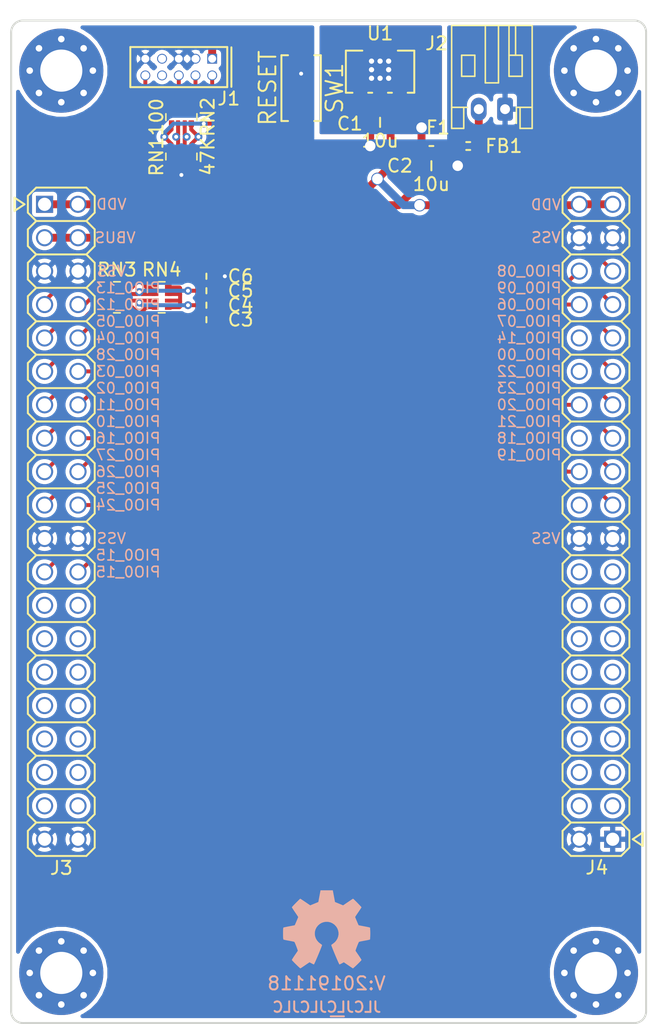
<source format=kicad_pcb>
(kicad_pcb (version 20171130) (host pcbnew 5.1.4-e60b266~84~ubuntu18.04.1)
  (layers (0 F.Cu signal) (31 B.Cu signal) (34 B.Paste user) (35 F.Paste user) (36 B.SilkS user) (37 F.SilkS user) (38 B.Mask user) (39 F.Mask user) (44 Edge.Cuts user))
  (net 0 "")
  (net 1 /VBUS)
  (net 2 "Net-(F1-Pad2)")
  (net 3 "Net-(FB1-Pad2)")
  (net 4 /VDD)
  (net 5 "Net-(C5-Pad1)")
  (net 6 "Net-(J1-Pad10)")
  (net 7 "Net-(J1-Pad6)")
  (net 8 "Net-(J1-Pad4)")
  (net 9 "Net-(J1-Pad2)")
  (net 10 /PIO0_3_MCU)
  (net 11 /PIO0_2_MCU)
  (net 12 /PIO0_5_MCU)
  (net 13 /SWO_TDO)
  (net 14 /VSS)
  (net 15 "Net-(C3-Pad1)")
  (net 16 "Net-(C4-Pad1)")
  (net 17 "Net-(C6-Pad1)")
  (net 18 /GPIO_03)
  (net 19 /GPIO_02)
  (net 20 /GPIO_01)
  (net 21 /GPIO_00)
  (net 22 /Stimulus)
  (module Resistor_SMD:R_Array_Convex_4x0402 (layer F.Cu) (at 72.4 82)
    (fp_text reference RN4 (at 0 -2.1) (layer F.SilkS))
    (fp_text value 100K)
    (pad 5 smd rect (at 0.5 0.75) (size 0.5 0.4) (layers F.Cu F.Paste F.Mask) (net 22 /Stimulus))
    (pad 6 smd rect (at 0.5 0.25) (size 0.5 0.3) (layers F.Cu F.Paste F.Mask) (net 22 /Stimulus))
    (pad 8 smd rect (at 0.5 -0.75) (size 0.5 0.4) (layers F.Cu F.Paste F.Mask) (net 22 /Stimulus))
    (pad 7 smd rect (at 0.5 -0.25) (size 0.5 0.3) (layers F.Cu F.Paste F.Mask) (net 22 /Stimulus))
    (pad 4 smd rect (at -0.5 0.75) (size 0.5 0.4) (layers F.Cu F.Paste F.Mask) (net 15 "Net-(C3-Pad1)"))
    (pad 2 smd rect (at -0.5 -0.25) (size 0.5 0.3) (layers F.Cu F.Paste F.Mask) (net 5 "Net-(C5-Pad1)"))
    (pad 3 smd rect (at -0.5 0.25) (size 0.5 0.3) (layers F.Cu F.Paste F.Mask) (net 16 "Net-(C4-Pad1)"))
    (pad 1 smd rect (at -0.5 -0.75) (size 0.5 0.4) (layers F.Cu F.Paste F.Mask) (net 17 "Net-(C6-Pad1)"))
  )
  (module Resistor_SMD:R_Array_Convex_4x0402 (layer F.Cu) (at 69 82)
    (fp_text reference RN3 (at 0 -2.1) (layer F.SilkS))
    (fp_text value 470)
    (pad 5 smd rect (at 0.5 0.75) (size 0.5 0.4) (layers F.Cu F.Paste F.Mask) (net 15 "Net-(C3-Pad1)"))
    (pad 6 smd rect (at 0.5 0.25) (size 0.5 0.3) (layers F.Cu F.Paste F.Mask) (net 16 "Net-(C4-Pad1)"))
    (pad 8 smd rect (at 0.5 -0.75) (size 0.5 0.4) (layers F.Cu F.Paste F.Mask) (net 17 "Net-(C6-Pad1)"))
    (pad 7 smd rect (at 0.5 -0.25) (size 0.5 0.3) (layers F.Cu F.Paste F.Mask) (net 5 "Net-(C5-Pad1)"))
    (pad 4 smd rect (at -0.5 0.75) (size 0.5 0.4) (layers F.Cu F.Paste F.Mask) (net 18 /GPIO_03))
    (pad 2 smd rect (at -0.5 -0.25) (size 0.5 0.3) (layers F.Cu F.Paste F.Mask) (net 20 /GPIO_01))
    (pad 3 smd rect (at -0.5 0.25) (size 0.5 0.3) (layers F.Cu F.Paste F.Mask) (net 19 /GPIO_02))
    (pad 1 smd rect (at -0.5 -0.75) (size 0.5 0.4) (layers F.Cu F.Paste F.Mask) (net 21 /GPIO_00))
  )
  (module SquantorRcl:C_0402 (layer F.Cu) (at 75.8 80.4)
    (fp_text reference C6 (at 2.6 0) (layer F.SilkS))
    (fp_text value 1u)
    (pad 2 smd rect (at 0.55 0) (size 0.6 0.6) (layers F.Cu F.Paste F.Mask) (net 14 /VSS))
    (pad 1 smd rect (at -0.55 0) (size 0.6 0.6) (layers F.Cu F.Paste F.Mask) (net 17 "Net-(C6-Pad1)"))
  )
  (module SquantorRcl:C_0402 (layer F.Cu) (at 75.8 81.5)
    (fp_text reference C5 (at 2.6 0) (layer F.SilkS))
    (fp_text value 1u)
    (pad 2 smd rect (at 0.55 0) (size 0.6 0.6) (layers F.Cu F.Paste F.Mask) (net 14 /VSS))
    (pad 1 smd rect (at -0.55 0) (size 0.6 0.6) (layers F.Cu F.Paste F.Mask) (net 5 "Net-(C5-Pad1)"))
  )
  (module SquantorRcl:C_0402 (layer F.Cu) (at 75.8 82.6)
    (fp_text reference C4 (at 2.6 0) (layer F.SilkS))
    (fp_text value 1u)
    (pad 2 smd rect (at 0.55 0) (size 0.6 0.6) (layers F.Cu F.Paste F.Mask) (net 14 /VSS))
    (pad 1 smd rect (at -0.55 0) (size 0.6 0.6) (layers F.Cu F.Paste F.Mask) (net 16 "Net-(C4-Pad1)"))
  )
  (module SquantorRcl:C_0402 (layer F.Cu) (at 75.8 83.7)
    (fp_text reference C3 (at 2.6 0) (layer F.SilkS))
    (fp_text value 1u)
    (pad 2 smd rect (at 0.55 0) (size 0.6 0.6) (layers F.Cu F.Paste F.Mask) (net 14 /VSS))
    (pad 1 smd rect (at -0.55 0) (size 0.6 0.6) (layers F.Cu F.Paste F.Mask) (net 15 "Net-(C3-Pad1)"))
  )
  (module SquantorConnectorsNamed:nuclone_medium_right (layer F.Cu) (at 105.41 99.06 90)
    (fp_text reference J4 (at -26.29 0.065 180) (layer F.SilkS))
    (fp_text value nuclone_small_right)
    (fp_text user VSS (at 21.6 -3.8 180) (layer B.SilkS) (effects (font (size 0.8 0.8) (thickness 0.12)) (justify mirror)))
    (fp_text user VSS (at -1.27 -3.81 180) (layer B.SilkS) (effects (font (size 0.8 0.8) (thickness 0.12)) (justify mirror)))
    (fp_text user PIO0_00 (at 12.7 -5.08 180) (layer B.SilkS) (effects (font (size 0.8 0.8) (thickness 0.12)) (justify mirror)))
    (fp_text user PIO0_23 (at 10.16 -5.08 180) (layer B.SilkS) (effects (font (size 0.8 0.8) (thickness 0.12)) (justify mirror)))
    (fp_text user PIO0_21 (at 7.62 -5.08 180) (layer B.SilkS) (effects (font (size 0.8 0.8) (thickness 0.12)) (justify mirror)))
    (fp_text user PIO0_09 (at 17.78 -5.08 180) (layer B.SilkS) (effects (font (size 0.8 0.8) (thickness 0.12)) (justify mirror)))
    (fp_text user PIO0_07 (at 15.24 -5.08 180) (layer B.SilkS) (effects (font (size 0.8 0.8) (thickness 0.12)) (justify mirror)))
    (fp_text user PIO0_19 (at 5.08 -5.08 180) (layer B.SilkS) (effects (font (size 0.8 0.8) (thickness 0.12)) (justify mirror)))
    (fp_text user VDD (at 24.1 -3.8 180) (layer B.SilkS) (effects (font (size 0.8 0.8) (thickness 0.12)) (justify mirror)))
    (fp_text user PIO0_08 (at 19.05 -5.08 180) (layer B.SilkS) (effects (font (size 0.8 0.8) (thickness 0.12)) (justify mirror)))
    (fp_text user PIO0_06 (at 16.51 -5.08 180) (layer B.SilkS) (effects (font (size 0.8 0.8) (thickness 0.12)) (justify mirror)))
    (fp_text user PIO0_14 (at 13.97 -5.08 180) (layer B.SilkS) (effects (font (size 0.8 0.8) (thickness 0.12)) (justify mirror)))
    (fp_text user PIO0_22 (at 11.43 -5.08 180) (layer B.SilkS) (effects (font (size 0.8 0.8) (thickness 0.12)) (justify mirror)))
    (fp_text user PIO0_20 (at 8.89 -5.08 180) (layer B.SilkS) (effects (font (size 0.8 0.8) (thickness 0.12)) (justify mirror)))
    (fp_text user PIO0_18 (at 6.35 -5.08 180) (layer B.SilkS) (effects (font (size 0.8 0.8) (thickness 0.12)) (justify mirror)))
    (fp_text user VSS (at 21.6 -3.8 180) (layer B.SilkS) (effects (font (size 0.8 0.8) (thickness 0.12)) (justify mirror)))
    (pad 5 thru_hole circle (at -19.05 1.27 90) (size 1.3 1.3) (drill 1) (layers *.Cu *.Mask))
    (pad 4 thru_hole circle (at -21.59 -1.27 90) (size 1.3 1.3) (drill 1) (layers *.Cu *.Mask))
    (pad 3 thru_hole circle (at -21.59 1.27 90) (size 1.3 1.3) (drill 1) (layers *.Cu *.Mask))
    (pad 2 thru_hole circle (at -24.13 -1.27 90) (size 1.3 1.3) (drill 1) (layers *.Cu *.Mask) (net 14 /VSS))
    (pad 1 thru_hole rect (at -24.13 1.27 90) (size 1.3 1.3) (drill 1) (layers *.Cu *.Mask) (net 14 /VSS))
    (pad 14 thru_hole circle (at -8.89 -1.27 90) (size 1.3 1.3) (drill 1) (layers *.Cu *.Mask))
    (pad 13 thru_hole circle (at -8.89 1.27 90) (size 1.3 1.3) (drill 1) (layers *.Cu *.Mask))
    (pad 12 thru_hole circle (at -11.43 -1.27 90) (size 1.3 1.3) (drill 1) (layers *.Cu *.Mask))
    (pad 11 thru_hole circle (at -11.43 1.27 90) (size 1.3 1.3) (drill 1) (layers *.Cu *.Mask))
    (pad 10 thru_hole circle (at -13.97 -1.27 90) (size 1.3 1.3) (drill 1) (layers *.Cu *.Mask))
    (pad 9 thru_hole circle (at -13.97 1.27 90) (size 1.3 1.3) (drill 1) (layers *.Cu *.Mask))
    (pad 8 thru_hole circle (at -16.51 -1.27 90) (size 1.3 1.3) (drill 1) (layers *.Cu *.Mask))
    (pad 7 thru_hole circle (at -16.51 1.27 90) (size 1.3 1.3) (drill 1) (layers *.Cu *.Mask))
    (pad 6 thru_hole circle (at -19.05 -1.27 90) (size 1.3 1.3) (drill 1) (layers *.Cu *.Mask))
    (pad 20 thru_hole circle (at -1.27 -1.27 90) (size 1.3 1.3) (drill 1) (layers *.Cu *.Mask) (net 14 /VSS))
    (pad 19 thru_hole circle (at -1.27 1.27 90) (size 1.3 1.3) (drill 1) (layers *.Cu *.Mask) (net 14 /VSS))
    (pad 18 thru_hole circle (at -3.81 -1.27 90) (size 1.3 1.3) (drill 1) (layers *.Cu *.Mask))
    (pad 17 thru_hole circle (at -3.81 1.27 90) (size 1.3 1.3) (drill 1) (layers *.Cu *.Mask))
    (pad 16 thru_hole circle (at -6.35 -1.27 90) (size 1.3 1.3) (drill 1) (layers *.Cu *.Mask))
    (pad 15 thru_hole circle (at -6.35 1.27 90) (size 1.3 1.3) (drill 1) (layers *.Cu *.Mask))
    (pad 40 thru_hole circle (at 24.13 -1.27 90) (size 1.3 1.3) (drill 1) (layers *.Cu *.Mask) (net 4 /VDD))
    (pad 39 thru_hole circle (at 24.13 1.27 90) (size 1.3 1.3) (drill 1) (layers *.Cu *.Mask) (net 4 /VDD))
    (pad 38 thru_hole circle (at 21.59 -1.27 90) (size 1.3 1.3) (drill 1) (layers *.Cu *.Mask) (net 14 /VSS))
    (pad 37 thru_hole circle (at 21.59 1.27 90) (size 1.3 1.3) (drill 1) (layers *.Cu *.Mask) (net 14 /VSS))
    (pad 36 thru_hole circle (at 19.05 -1.27 90) (size 1.3 1.3) (drill 1) (layers *.Cu *.Mask))
    (pad 35 thru_hole circle (at 19.05 1.27 90) (size 1.3 1.3) (drill 1) (layers *.Cu *.Mask))
    (pad 34 thru_hole circle (at 16.51 -1.27 90) (size 1.3 1.3) (drill 1) (layers *.Cu *.Mask))
    (pad 33 thru_hole circle (at 16.51 1.27 90) (size 1.3 1.3) (drill 1) (layers *.Cu *.Mask))
    (pad 32 thru_hole circle (at 13.97 -1.27 90) (size 1.3 1.3) (drill 1) (layers *.Cu *.Mask))
    (pad 31 thru_hole circle (at 13.97 1.27 90) (size 1.3 1.3) (drill 1) (layers *.Cu *.Mask))
    (pad 30 thru_hole circle (at 11.43 -1.27 90) (size 1.3 1.3) (drill 1) (layers *.Cu *.Mask))
    (pad 29 thru_hole circle (at 11.43 1.27 90) (size 1.3 1.3) (drill 1) (layers *.Cu *.Mask))
    (pad 28 thru_hole circle (at 8.89 -1.27 90) (size 1.3 1.3) (drill 1) (layers *.Cu *.Mask))
    (pad 27 thru_hole circle (at 8.89 1.27 90) (size 1.3 1.3) (drill 1) (layers *.Cu *.Mask))
    (pad 26 thru_hole circle (at 6.35 -1.27 90) (size 1.3 1.3) (drill 1) (layers *.Cu *.Mask))
    (pad 25 thru_hole circle (at 6.35 1.27 90) (size 1.3 1.3) (drill 1) (layers *.Cu *.Mask))
    (pad 24 thru_hole circle (at 3.81 -1.27 90) (size 1.3 1.3) (drill 1) (layers *.Cu *.Mask))
    (pad 23 thru_hole circle (at 3.81 1.27 90) (size 1.3 1.3) (drill 1) (layers *.Cu *.Mask))
    (pad 22 thru_hole circle (at 1.27 -1.27 90) (size 1.3 1.3) (drill 1) (layers *.Cu *.Mask))
    (pad 21 thru_hole circle (at 1.27 1.27 90) (size 1.3 1.3) (drill 1) (layers *.Cu *.Mask))
  )
  (module SquantorConnectorsNamed:nuclone_medium_left (layer F.Cu) (at 64.77 99.06 270)
    (fp_text reference J3 (at 26.315 -0.005 180) (layer F.SilkS))
    (fp_text value nuclone_small_left)
    (fp_text user VSS (at -19.05 -3.81) (layer B.SilkS) (effects (font (size 0.8 0.8) (thickness 0.12)) (justify mirror)))
    (fp_text user VSS (at 1.27 -3.81) (layer B.SilkS) (effects (font (size 0.8 0.8) (thickness 0.12)) (justify mirror)))
    (fp_text user PIO0_15 (at 3.82 -5.08) (layer B.SilkS) (effects (font (size 0.8 0.8) (thickness 0.12)) (justify mirror)))
    (fp_text user PIO0_15 (at 2.54 -5.08) (layer B.SilkS) (effects (font (size 0.8 0.8) (thickness 0.12)) (justify mirror)))
    (fp_text user VBUS (at -21.59 -4.1) (layer B.SilkS) (effects (font (size 0.8 0.8) (thickness 0.12)) (justify mirror)))
    (fp_text user VDD (at -24.13 -3.81) (layer B.SilkS) (effects (font (size 0.8 0.8) (thickness 0.12)) (justify mirror)))
    (fp_text user PIO0_25 (at -2.54 -5.08) (layer B.SilkS) (effects (font (size 0.8 0.8) (thickness 0.12)) (justify mirror)))
    (fp_text user PIO0_27 (at -5.08 -5.08) (layer B.SilkS) (effects (font (size 0.8 0.8) (thickness 0.12)) (justify mirror)))
    (fp_text user PIO0_10 (at -7.62 -5.08) (layer B.SilkS) (effects (font (size 0.8 0.8) (thickness 0.12)) (justify mirror)))
    (fp_text user PIO0_02 (at -10.16 -5.08) (layer B.SilkS) (effects (font (size 0.8 0.8) (thickness 0.12)) (justify mirror)))
    (fp_text user PIO0_28 (at -12.7 -5.08) (layer B.SilkS) (effects (font (size 0.8 0.8) (thickness 0.12)) (justify mirror)))
    (fp_text user PIO0_24 (at -1.27 -5.08) (layer B.SilkS) (effects (font (size 0.8 0.8) (thickness 0.12)) (justify mirror)))
    (fp_text user PIO0_26 (at -3.81 -5.08) (layer B.SilkS) (effects (font (size 0.8 0.8) (thickness 0.12)) (justify mirror)))
    (fp_text user PIO0_16 (at -6.35 -5.08) (layer B.SilkS) (effects (font (size 0.8 0.8) (thickness 0.12)) (justify mirror)))
    (fp_text user PIO0_11 (at -8.89 -5.08) (layer B.SilkS) (effects (font (size 0.8 0.8) (thickness 0.12)) (justify mirror)))
    (fp_text user PIO0_03 (at -11.43 -5.08) (layer B.SilkS) (effects (font (size 0.8 0.8) (thickness 0.12)) (justify mirror)))
    (fp_text user PIO0_04 (at -13.97 -5.08) (layer B.SilkS) (effects (font (size 0.8 0.8) (thickness 0.12)) (justify mirror)))
    (fp_text user PIO0_05 (at -15.24 -5.08) (layer B.SilkS) (effects (font (size 0.8 0.8) (thickness 0.12)) (justify mirror)))
    (fp_text user PIO0_12 (at -16.51 -5.08) (layer B.SilkS) (effects (font (size 0.8 0.8) (thickness 0.12)) (justify mirror)))
    (fp_text user PIO0_13 (at -17.78 -5.08) (layer B.SilkS) (effects (font (size 0.8 0.8) (thickness 0.12)) (justify mirror)))
    (fp_text user VSS (at -19.05 -3.81) (layer B.SilkS) (effects (font (size 0.8 0.8) (thickness 0.12)) (justify mirror)))
    (pad 37 thru_hole circle (at 21.59 1.27 270) (size 1.3 1.3) (drill 1) (layers *.Cu *.Mask))
    (pad 29 thru_hole circle (at 11.43 1.27 270) (size 1.3 1.3) (drill 1) (layers *.Cu *.Mask))
    (pad 32 thru_hole circle (at 13.97 -1.27 270) (size 1.3 1.3) (drill 1) (layers *.Cu *.Mask))
    (pad 40 thru_hole circle (at 24.13 -1.27 270) (size 1.3 1.3) (drill 1) (layers *.Cu *.Mask) (net 14 /VSS))
    (pad 36 thru_hole circle (at 19.05 -1.27 270) (size 1.3 1.3) (drill 1) (layers *.Cu *.Mask))
    (pad 38 thru_hole circle (at 21.59 -1.27 270) (size 1.3 1.3) (drill 1) (layers *.Cu *.Mask))
    (pad 25 thru_hole circle (at 6.35 1.27 270) (size 1.3 1.3) (drill 1) (layers *.Cu *.Mask))
    (pad 30 thru_hole circle (at 11.43 -1.27 270) (size 1.3 1.3) (drill 1) (layers *.Cu *.Mask))
    (pad 28 thru_hole circle (at 8.89 -1.27 270) (size 1.3 1.3) (drill 1) (layers *.Cu *.Mask))
    (pad 26 thru_hole circle (at 6.35 -1.27 270) (size 1.3 1.3) (drill 1) (layers *.Cu *.Mask))
    (pad 27 thru_hole circle (at 8.89 1.27 270) (size 1.3 1.3) (drill 1) (layers *.Cu *.Mask))
    (pad 24 thru_hole circle (at 3.81 -1.27 270) (size 1.3 1.3) (drill 1) (layers *.Cu *.Mask))
    (pad 39 thru_hole circle (at 24.13 1.27 270) (size 1.3 1.3) (drill 1) (layers *.Cu *.Mask) (net 14 /VSS))
    (pad 21 thru_hole circle (at 1.27 1.27 270) (size 1.3 1.3) (drill 1) (layers *.Cu *.Mask) (net 14 /VSS))
    (pad 23 thru_hole circle (at 3.81 1.27 270) (size 1.3 1.3) (drill 1) (layers *.Cu *.Mask))
    (pad 31 thru_hole circle (at 13.97 1.27 270) (size 1.3 1.3) (drill 1) (layers *.Cu *.Mask))
    (pad 33 thru_hole circle (at 16.51 1.27 270) (size 1.3 1.3) (drill 1) (layers *.Cu *.Mask))
    (pad 34 thru_hole circle (at 16.51 -1.27 270) (size 1.3 1.3) (drill 1) (layers *.Cu *.Mask))
    (pad 35 thru_hole circle (at 19.05 1.27 270) (size 1.3 1.3) (drill 1) (layers *.Cu *.Mask))
    (pad 22 thru_hole circle (at 1.27 -1.27 270) (size 1.3 1.3) (drill 1) (layers *.Cu *.Mask) (net 14 /VSS))
    (pad 20 thru_hole circle (at -1.27 -1.27 270) (size 1.3 1.3) (drill 1) (layers *.Cu *.Mask))
    (pad 19 thru_hole circle (at -1.27 1.27 270) (size 1.3 1.3) (drill 1) (layers *.Cu *.Mask))
    (pad 18 thru_hole circle (at -3.81 -1.27 270) (size 1.3 1.3) (drill 1) (layers *.Cu *.Mask))
    (pad 17 thru_hole circle (at -3.81 1.27 270) (size 1.3 1.3) (drill 1) (layers *.Cu *.Mask))
    (pad 16 thru_hole circle (at -6.35 -1.27 270) (size 1.3 1.3) (drill 1) (layers *.Cu *.Mask))
    (pad 15 thru_hole circle (at -6.35 1.27 270) (size 1.3 1.3) (drill 1) (layers *.Cu *.Mask))
    (pad 14 thru_hole circle (at -8.89 -1.27 270) (size 1.3 1.3) (drill 1) (layers *.Cu *.Mask))
    (pad 13 thru_hole circle (at -8.89 1.27 270) (size 1.3 1.3) (drill 1) (layers *.Cu *.Mask))
    (pad 12 thru_hole circle (at -11.43 -1.27 270) (size 1.3 1.3) (drill 1) (layers *.Cu *.Mask))
    (pad 11 thru_hole circle (at -11.43 1.27 270) (size 1.3 1.3) (drill 1) (layers *.Cu *.Mask))
    (pad 10 thru_hole circle (at -13.97 -1.27 270) (size 1.3 1.3) (drill 1) (layers *.Cu *.Mask) (net 18 /GPIO_03))
    (pad 9 thru_hole circle (at -13.97 1.27 270) (size 1.3 1.3) (drill 1) (layers *.Cu *.Mask) (net 19 /GPIO_02))
    (pad 8 thru_hole circle (at -16.51 -1.27 270) (size 1.3 1.3) (drill 1) (layers *.Cu *.Mask) (net 20 /GPIO_01))
    (pad 7 thru_hole circle (at -16.51 1.27 270) (size 1.3 1.3) (drill 1) (layers *.Cu *.Mask) (net 21 /GPIO_00))
    (pad 6 thru_hole circle (at -19.05 -1.27 270) (size 1.3 1.3) (drill 1) (layers *.Cu *.Mask) (net 14 /VSS))
    (pad 5 thru_hole circle (at -19.05 1.27 270) (size 1.3 1.3) (drill 1) (layers *.Cu *.Mask) (net 14 /VSS))
    (pad 4 thru_hole circle (at -21.59 -1.27 270) (size 1.3 1.3) (drill 1) (layers *.Cu *.Mask) (net 1 /VBUS))
    (pad 3 thru_hole circle (at -21.59 1.27 270) (size 1.3 1.3) (drill 1) (layers *.Cu *.Mask) (net 1 /VBUS))
    (pad 2 thru_hole circle (at -24.13 -1.27 270) (size 1.3 1.3) (drill 1) (layers *.Cu *.Mask) (net 4 /VDD))
    (pad 1 thru_hole rect (at -24.13 1.27 270) (size 1.3 1.3) (drill 1) (layers *.Cu *.Mask) (net 4 /VDD))
  )
  (module SquantorSwitches:DTSM3 (layer F.Cu) (at 83 66.1 270)
    (fp_text reference SW1 (at 0 -2.54 90) (layer F.SilkS) (effects (font (size 1.27 1.27))))
    (fp_text value RESET (at 0 2.54 90) (layer F.SilkS) (effects (font (size 1.27 1.27))))
    (pad 2 smd rect (at 2.69748 0 270) (size 1.99898 1.59766) (layers F.Cu F.Paste F.Mask) (net 12 /PIO0_5_MCU))
    (pad 1 smd rect (at -2.69748 0 270) (size 1.99898 1.59766) (layers F.Cu F.Paste F.Mask) (net 14 /VSS))
  )
  (module Resistor_SMD:R_Array_Convex_4x0402 (layer F.Cu) (at 73.9 68.3 270)
    (fp_text reference RN2 (at 0 -2 90) (layer F.SilkS))
    (fp_text value 100 (at 0 1.9 90) (layer F.SilkS))
    (pad 5 smd rect (at 0.5 0.75 270) (size 0.5 0.4) (layers F.Cu F.Paste F.Mask) (net 12 /PIO0_5_MCU))
    (pad 6 smd rect (at 0.5 0.25 270) (size 0.5 0.3) (layers F.Cu F.Paste F.Mask) (net 13 /SWO_TDO))
    (pad 8 smd rect (at 0.5 -0.75 270) (size 0.5 0.4) (layers F.Cu F.Paste F.Mask) (net 11 /PIO0_2_MCU))
    (pad 7 smd rect (at 0.5 -0.25 270) (size 0.5 0.3) (layers F.Cu F.Paste F.Mask) (net 10 /PIO0_3_MCU))
    (pad 4 smd rect (at -0.5 0.75 270) (size 0.5 0.4) (layers F.Cu F.Paste F.Mask) (net 6 "Net-(J1-Pad10)"))
    (pad 2 smd rect (at -0.5 -0.25 270) (size 0.5 0.3) (layers F.Cu F.Paste F.Mask) (net 8 "Net-(J1-Pad4)"))
    (pad 3 smd rect (at -0.5 0.25 270) (size 0.5 0.3) (layers F.Cu F.Paste F.Mask) (net 7 "Net-(J1-Pad6)"))
    (pad 1 smd rect (at -0.5 -0.75 270) (size 0.5 0.4) (layers F.Cu F.Paste F.Mask) (net 9 "Net-(J1-Pad2)"))
  )
  (module Resistor_SMD:R_Array_Convex_4x0402 (layer F.Cu) (at 73.9 71.3 90)
    (fp_text reference RN1 (at 0 -1.9 90) (layer F.SilkS))
    (fp_text value 47K (at 0 2 90) (layer F.SilkS))
    (pad 5 smd rect (at 0.5 0.75 90) (size 0.5 0.4) (layers F.Cu F.Paste F.Mask) (net 11 /PIO0_2_MCU))
    (pad 6 smd rect (at 0.5 0.25 90) (size 0.5 0.3) (layers F.Cu F.Paste F.Mask) (net 10 /PIO0_3_MCU))
    (pad 8 smd rect (at 0.5 -0.75 90) (size 0.5 0.4) (layers F.Cu F.Paste F.Mask) (net 12 /PIO0_5_MCU))
    (pad 7 smd rect (at 0.5 -0.25 90) (size 0.5 0.3) (layers F.Cu F.Paste F.Mask) (net 13 /SWO_TDO))
    (pad 4 smd rect (at -0.5 0.75 90) (size 0.5 0.4) (layers F.Cu F.Paste F.Mask) (net 4 /VDD))
    (pad 2 smd rect (at -0.5 -0.25 90) (size 0.5 0.3) (layers F.Cu F.Paste F.Mask) (net 14 /VSS))
    (pad 3 smd rect (at -0.5 0.25 90) (size 0.5 0.3) (layers F.Cu F.Paste F.Mask) (net 14 /VSS))
    (pad 1 smd rect (at -0.5 -0.75 90) (size 0.5 0.4) (layers F.Cu F.Paste F.Mask) (net 4 /VDD))
  )
  (module SquantorIC:SOT89-SOT23-Dual-NXP (layer F.Cu) (at 89 65.2)
    (fp_text reference U1 (at 0 -3.25) (layer F.SilkS))
    (fp_text value MCP1702-MB hide)
    (pad 2 thru_hole rect (at 0.65 0.15) (size 0.6 0.6) (drill 0.4) (layers *.Cu *.Mask) (net 1 /VBUS))
    (pad 2 thru_hole rect (at 0 0.15) (size 0.6 0.6) (drill 0.4) (layers *.Cu *.Mask) (net 1 /VBUS))
    (pad 2 thru_hole rect (at -0.65 0.15) (size 0.6 0.6) (drill 0.4) (layers *.Cu *.Mask) (net 1 /VBUS))
    (pad 2 thru_hole rect (at -0.65 -0.5) (size 0.6 0.6) (drill 0.4) (layers *.Cu *.Mask) (net 1 /VBUS))
    (pad 2 thru_hole rect (at 0.65 -0.5) (size 0.6 0.6) (drill 0.4) (layers *.Cu *.Mask) (net 1 /VBUS))
    (pad 2 thru_hole rect (at -0.65 -1.15 90) (size 0.6 0.6) (drill 0.4) (layers *.Cu *.Mask) (net 1 /VBUS))
    (pad 2 thru_hole rect (at 0 -1.15) (size 0.6 0.6) (drill 0.4) (layers *.Cu *.Mask) (net 1 /VBUS))
    (pad 2 thru_hole rect (at 0.65 -1.15) (size 0.6 0.6) (drill 0.4) (layers *.Cu *.Mask) (net 1 /VBUS))
    (pad 2 smd rect (at 0 -1.825) (size 1.9 0.85) (layers F.Cu F.Paste) (net 1 /VBUS))
    (pad 2 smd rect (at 0 -0.6) (size 1.2 1.2) (layers F.Cu F.Paste) (net 1 /VBUS))
    (pad 3 smd rect (at 1.5 1.75) (size 0.6 1) (layers F.Cu F.Paste) (net 4 /VDD))
    (pad 1 smd rect (at -1.5 1.75) (size 0.6 1) (layers F.Cu F.Paste) (net 14 /VSS))
    (pad 2 smd rect (at 0 1.75) (size 0.6 1) (layers F.Cu F.Paste) (net 1 /VBUS))
    (pad 2 smd rect (at 0 -0.9) (size 2 2.8) (layers F.Cu F.Mask) (net 1 /VBUS))
    (pad 3 smd rect (at 1.25 1.75) (size 1.2 1.1) (layers F.Cu F.Mask) (net 4 /VDD))
    (pad 2 smd rect (at 0 1.4) (size 0.7 1.8) (layers F.Cu F.Mask) (net 1 /VBUS))
    (pad 1 smd rect (at -1.25 1.75) (size 1.2 1.1) (layers F.Cu F.Mask) (net 14 /VSS))
  )
  (module Connector_JST:JST_PH_S2B-PH-K_1x02_P2.00mm_Horizontal (layer F.Cu) (at 98.5 67.7 180)
    (fp_text reference J2 (at 5.2 5) (layer F.SilkS))
    (fp_text value Conn_01x02)
    (pad 2 thru_hole oval (at 2 0 180) (size 1.2 1.75) (drill 0.75) (layers *.Cu *.Mask) (net 3 "Net-(FB1-Pad2)"))
    (pad 1 thru_hole roundrect (at 0 0 180) (size 1.2 1.75) (drill 0.75) (layers *.Cu *.Mask) (roundrect_rratio 0.208333) (net 14 /VSS))
  )
  (module SquantorConnectors:Header-0127-2X05-H006 (layer F.Cu) (at 73.7 64.5 180)
    (fp_text reference J1 (at -3.8 -2.4) (layer F.SilkS))
    (fp_text value JTAG_2X05)
    (pad 10 thru_hole circle (at 2.54 -0.635 180) (size 0.75 0.75) (drill 0.6) (layers *.Cu *.Mask) (net 6 "Net-(J1-Pad10)"))
    (pad 9 thru_hole circle (at 2.54 0.635 180) (size 0.75 0.75) (drill 0.6) (layers *.Cu *.Mask) (net 14 /VSS))
    (pad 8 thru_hole circle (at 1.27 -0.635 180) (size 0.75 0.75) (drill 0.6) (layers *.Cu *.Mask))
    (pad 7 thru_hole circle (at 1.27 0.635 180) (size 0.75 0.75) (drill 0.6) (layers *.Cu *.Mask))
    (pad 6 thru_hole circle (at 0 -0.635 180) (size 0.75 0.75) (drill 0.6) (layers *.Cu *.Mask) (net 7 "Net-(J1-Pad6)"))
    (pad 5 thru_hole circle (at 0 0.635 180) (size 0.75 0.75) (drill 0.6) (layers *.Cu *.Mask) (net 14 /VSS))
    (pad 4 thru_hole circle (at -1.27 -0.635 180) (size 0.75 0.75) (drill 0.6) (layers *.Cu *.Mask) (net 8 "Net-(J1-Pad4)"))
    (pad 3 thru_hole circle (at -1.27 0.635 180) (size 0.75 0.75) (drill 0.6) (layers *.Cu *.Mask) (net 14 /VSS))
    (pad 2 thru_hole circle (at -2.54 -0.635 180) (size 0.75 0.75) (drill 0.6) (layers *.Cu *.Mask) (net 9 "Net-(J1-Pad2)"))
    (pad 1 thru_hole rect (at -2.54 0.635 180) (size 0.75 0.75) (drill 0.6) (layers *.Cu *.Mask) (net 4 /VDD))
  )
  (module SquantorRcl:L_0603 (layer F.Cu) (at 95.7 70.5)
    (fp_text reference FB1 (at 2.7 0) (layer F.SilkS))
    (fp_text value 100)
    (pad 2 smd rect (at 0.75 0) (size 0.8 0.9) (layers F.Cu F.Paste F.Mask) (net 3 "Net-(FB1-Pad2)"))
    (pad 1 smd rect (at -0.75 0) (size 0.8 0.9) (layers F.Cu F.Paste F.Mask) (net 2 "Net-(F1-Pad2)"))
  )
  (module SquantorRcl:F_0603_hand (layer F.Cu) (at 92.9 70.5)
    (fp_text reference F1 (at 0.5 -1.4) (layer F.SilkS))
    (fp_text value 0.5A)
    (pad 2 smd rect (at 0.75 0) (size 0.8 0.9) (layers F.Cu F.Paste F.Mask) (net 2 "Net-(F1-Pad2)"))
    (pad 1 smd rect (at -0.75 0) (size 0.8 0.9) (layers F.Cu F.Paste F.Mask) (net 1 /VBUS))
  )
  (module SquantorRcl:C_0603 (layer F.Cu) (at 92.9 72 180)
    (fp_text reference C2 (at 2.4 0) (layer F.SilkS))
    (fp_text value 10u (at 0 -1.4) (layer F.SilkS))
    (pad 2 smd rect (at 0.75 0 180) (size 0.8 0.9) (layers F.Cu F.Paste F.Mask) (net 1 /VBUS))
    (pad 1 smd rect (at -0.75 0 180) (size 0.8 0.9) (layers F.Cu F.Paste F.Mask) (net 14 /VSS))
  )
  (module SquantorRcl:C_0603 (layer F.Cu) (at 89 68.7 180)
    (fp_text reference C1 (at 2.3 -0.1) (layer F.SilkS))
    (fp_text value 10u (at 0 -1.4) (layer F.SilkS))
    (pad 2 smd rect (at 0.75 0 180) (size 0.8 0.9) (layers F.Cu F.Paste F.Mask) (net 14 /VSS))
    (pad 1 smd rect (at -0.75 0 180) (size 0.8 0.9) (layers F.Cu F.Paste F.Mask) (net 4 /VDD))
  )
  (module SquantorLabels:Label_Generic (layer B.Cu) (at 85.75 136.05 180)
    (fp_text reference N3 hide)
    (fp_text value JLCJLCJLCJLC (at 0.8 0.1) (layer B.SilkS) (effects (font (size 0.8 0.8)) (justify mirror)))
  )
  (module SquantorLabels:Label_version (layer B.Cu) (at 83.45 134.05)
    (fp_text reference N2 hide)
    (fp_text value 20191118 (at 0.8 0.1) (layer B.SilkS) (effects (justify mirror)))
    (fp_text user V: (at 5.3 0.1) (layer B.SilkS) (effects (justify mirror)))
  )
  (module MountingHole:MountingHole_3.2mm_M3_Pad_Via (layer F.Cu) (at 64.77 64.77)
    (fp_text reference H1 hide)
    (fp_text value MountingHole hide)
    (pad 1 thru_hole circle (at 1.697056 -1.697056) (size 0.8 0.8) (drill 0.5) (layers *.Cu *.Mask))
    (pad 1 thru_hole circle (at 0 -2.4) (size 0.8 0.8) (drill 0.5) (layers *.Cu *.Mask))
    (pad 1 thru_hole circle (at -1.697056 -1.697056) (size 0.8 0.8) (drill 0.5) (layers *.Cu *.Mask))
    (pad 1 thru_hole circle (at -2.4 0) (size 0.8 0.8) (drill 0.5) (layers *.Cu *.Mask))
    (pad 1 thru_hole circle (at -1.697056 1.697056) (size 0.8 0.8) (drill 0.5) (layers *.Cu *.Mask))
    (pad 1 thru_hole circle (at 0 2.4) (size 0.8 0.8) (drill 0.5) (layers *.Cu *.Mask))
    (pad 1 thru_hole circle (at 1.697056 1.697056) (size 0.8 0.8) (drill 0.5) (layers *.Cu *.Mask))
    (pad 1 thru_hole circle (at 2.4 0) (size 0.8 0.8) (drill 0.5) (layers *.Cu *.Mask))
    (pad 1 thru_hole circle (at 0 0) (size 6.4 6.4) (drill 3.2) (layers *.Cu *.Mask))
  )
  (module MountingHole:MountingHole_3.2mm_M3_Pad_Via (layer F.Cu) (at 64.77 133.35)
    (fp_text reference H4 hide)
    (fp_text value MountingHole hide)
    (pad 1 thru_hole circle (at 1.697056 -1.697056) (size 0.8 0.8) (drill 0.5) (layers *.Cu *.Mask))
    (pad 1 thru_hole circle (at 0 -2.4) (size 0.8 0.8) (drill 0.5) (layers *.Cu *.Mask))
    (pad 1 thru_hole circle (at -1.697056 -1.697056) (size 0.8 0.8) (drill 0.5) (layers *.Cu *.Mask))
    (pad 1 thru_hole circle (at -2.4 0) (size 0.8 0.8) (drill 0.5) (layers *.Cu *.Mask))
    (pad 1 thru_hole circle (at -1.697056 1.697056) (size 0.8 0.8) (drill 0.5) (layers *.Cu *.Mask))
    (pad 1 thru_hole circle (at 0 2.4) (size 0.8 0.8) (drill 0.5) (layers *.Cu *.Mask))
    (pad 1 thru_hole circle (at 1.697056 1.697056) (size 0.8 0.8) (drill 0.5) (layers *.Cu *.Mask))
    (pad 1 thru_hole circle (at 2.4 0) (size 0.8 0.8) (drill 0.5) (layers *.Cu *.Mask))
    (pad 1 thru_hole circle (at 0 0) (size 6.4 6.4) (drill 3.2) (layers *.Cu *.Mask))
  )
  (module MountingHole:MountingHole_3.2mm_M3_Pad_Via (layer F.Cu) (at 105.41 133.35)
    (fp_text reference H3 hide)
    (fp_text value MountingHole hide)
    (pad 1 thru_hole circle (at 1.697056 -1.697056) (size 0.8 0.8) (drill 0.5) (layers *.Cu *.Mask))
    (pad 1 thru_hole circle (at 0 -2.4) (size 0.8 0.8) (drill 0.5) (layers *.Cu *.Mask))
    (pad 1 thru_hole circle (at -1.697056 -1.697056) (size 0.8 0.8) (drill 0.5) (layers *.Cu *.Mask))
    (pad 1 thru_hole circle (at -2.4 0) (size 0.8 0.8) (drill 0.5) (layers *.Cu *.Mask))
    (pad 1 thru_hole circle (at -1.697056 1.697056) (size 0.8 0.8) (drill 0.5) (layers *.Cu *.Mask))
    (pad 1 thru_hole circle (at 0 2.4) (size 0.8 0.8) (drill 0.5) (layers *.Cu *.Mask))
    (pad 1 thru_hole circle (at 1.697056 1.697056) (size 0.8 0.8) (drill 0.5) (layers *.Cu *.Mask))
    (pad 1 thru_hole circle (at 2.4 0) (size 0.8 0.8) (drill 0.5) (layers *.Cu *.Mask))
    (pad 1 thru_hole circle (at 0 0) (size 6.4 6.4) (drill 3.2) (layers *.Cu *.Mask))
  )
  (module MountingHole:MountingHole_3.2mm_M3_Pad_Via (layer F.Cu) (at 105.41 64.77)
    (fp_text reference H2 hide)
    (fp_text value MountingHole hide)
    (pad 1 thru_hole circle (at 1.697056 -1.697056) (size 0.8 0.8) (drill 0.5) (layers *.Cu *.Mask))
    (pad 1 thru_hole circle (at 0 -2.4) (size 0.8 0.8) (drill 0.5) (layers *.Cu *.Mask))
    (pad 1 thru_hole circle (at -1.697056 -1.697056) (size 0.8 0.8) (drill 0.5) (layers *.Cu *.Mask))
    (pad 1 thru_hole circle (at -2.4 0) (size 0.8 0.8) (drill 0.5) (layers *.Cu *.Mask))
    (pad 1 thru_hole circle (at -1.697056 1.697056) (size 0.8 0.8) (drill 0.5) (layers *.Cu *.Mask))
    (pad 1 thru_hole circle (at 0 2.4) (size 0.8 0.8) (drill 0.5) (layers *.Cu *.Mask))
    (pad 1 thru_hole circle (at 1.697056 1.697056) (size 0.8 0.8) (drill 0.5) (layers *.Cu *.Mask))
    (pad 1 thru_hole circle (at 2.4 0) (size 0.8 0.8) (drill 0.5) (layers *.Cu *.Mask))
    (pad 1 thru_hole circle (at 0 0) (size 6.4 6.4) (drill 3.2) (layers *.Cu *.Mask))
  )
  (module Symbols:OSHW-Symbol_6.7x6mm_SilkScreen (layer B.Cu) (at 84.95 130.05 180)
    (fp_text reference N1 hide)
    (fp_text value OHWLOGO hide)
  )
  (gr_line (start 108.331 60.96) (end 61.849 60.96) (layer Edge.Cuts) (width 0.15))
  (gr_arc (start 61.849 136.271) (end 60.96 136.271) (angle -90) (layer Edge.Cuts) (width 0.15))
  (gr_arc (start 108.331 136.271) (end 108.331 137.16) (angle -90) (layer Edge.Cuts) (width 0.15))
  (gr_arc (start 108.331 61.849) (end 109.22 61.849) (angle -90) (layer Edge.Cuts) (width 0.15))
  (gr_arc (start 61.849 61.849) (end 61.849 60.96) (angle -90) (layer Edge.Cuts) (width 0.15))
  (gr_line (start 109.22 136.271) (end 109.22 61.849) (layer Edge.Cuts) (width 0.15))
  (gr_line (start 61.849 137.16) (end 108.331 137.16) (layer Edge.Cuts) (width 0.15))
  (gr_line (start 60.96 61.849) (end 60.96 136.271) (layer Edge.Cuts) (width 0.15))
  (segment (start 92.15 72) (end 92.15 70.5) (width 0.6) (layer F.Cu) (net 1))
  (via (at 92.15 69.1) (size 0.95) (drill 0.8) (layers F.Cu B.Cu) (net 1))
  (segment (start 92.15 70.5) (end 92.15 69.1) (width 0.6) (layer F.Cu) (net 1))
  (segment (start 63.5 77.47) (end 66.04 77.47) (width 0.6) (layer F.Cu) (net 1))
  (segment (start 92.15 73.25) (end 92.15 72) (width 0.6) (layer F.Cu) (net 1))
  (segment (start 70.4 75) (end 90.4 75) (width 0.6) (layer F.Cu) (net 1))
  (segment (start 90.4 75) (end 92.15 73.25) (width 0.6) (layer F.Cu) (net 1))
  (segment (start 66.04 77.47) (end 67.93 77.47) (width 0.6) (layer F.Cu) (net 1))
  (segment (start 67.93 77.47) (end 70.4 75) (width 0.6) (layer F.Cu) (net 1))
  (segment (start 94.95 70.5) (end 93.65 70.5) (width 0.6) (layer F.Cu) (net 2))
  (segment (start 96.5 67.7) (end 96.5 69.2) (width 0.6) (layer F.Cu) (net 3))
  (segment (start 96.45 69.25) (end 96.45 70.5) (width 0.6) (layer F.Cu) (net 3))
  (segment (start 96.5 69.2) (end 96.45 69.25) (width 0.6) (layer F.Cu) (net 3))
  (segment (start 89.75 68.7) (end 89.75 68.05) (width 0.6) (layer F.Cu) (net 4))
  (segment (start 90.5 67.3) (end 90.5 66.95) (width 0.6) (layer F.Cu) (net 4))
  (segment (start 89.75 68.05) (end 90.5 67.3) (width 0.6) (layer F.Cu) (net 4))
  (segment (start 63.5 74.93) (end 66.04 74.93) (width 0.6) (layer F.Cu) (net 4))
  (segment (start 106.68 74.93) (end 104.14 74.93) (width 0.6) (layer F.Cu) (net 4))
  (segment (start 104.14 74.93) (end 104.07 75) (width 0.6) (layer F.Cu) (net 4))
  (segment (start 104.07 75) (end 92 75) (width 0.6) (layer F.Cu) (net 4))
  (via (at 92 75) (size 0.95) (drill 0.8) (layers F.Cu B.Cu) (net 4))
  (segment (start 88.8 73) (end 89.8 72) (width 0.6) (layer F.Cu) (net 4))
  (segment (start 89.8 68.75) (end 89.75 68.7) (width 0.6) (layer F.Cu) (net 4))
  (segment (start 90.8 75) (end 92 75) (width 0.6) (layer B.Cu) (net 4))
  (via (at 88.8 73) (size 0.95) (drill 0.8) (layers F.Cu B.Cu) (net 4))
  (segment (start 89.8 72) (end 89.8 68.75) (width 0.6) (layer F.Cu) (net 4))
  (segment (start 88.8 73) (end 90.8 75) (width 0.6) (layer B.Cu) (net 4))
  (segment (start 68.07 74.93) (end 66.04 74.93) (width 0.6) (layer F.Cu) (net 4))
  (segment (start 69 74) (end 68.07 74.93) (width 0.6) (layer F.Cu) (net 4))
  (segment (start 88.8 73) (end 87.8 74) (width 0.6) (layer F.Cu) (net 4))
  (segment (start 73.15 73.95) (end 73.2 74) (width 0.3) (layer F.Cu) (net 4))
  (segment (start 73.15 71.8) (end 73.15 73.95) (width 0.3) (layer F.Cu) (net 4))
  (segment (start 74.65 73.95) (end 74.7 74) (width 0.3) (layer F.Cu) (net 4))
  (segment (start 74.65 71.8) (end 74.65 73.95) (width 0.3) (layer F.Cu) (net 4))
  (segment (start 87.8 74) (end 74.7 74) (width 0.6) (layer F.Cu) (net 4))
  (segment (start 74.7 74) (end 73.2 74) (width 0.6) (layer F.Cu) (net 4))
  (segment (start 76.24 63.865) (end 76.24 62.54) (width 0.6) (layer F.Cu) (net 4))
  (segment (start 76.24 62.54) (end 75.7 62) (width 0.6) (layer F.Cu) (net 4))
  (segment (start 75.7 62) (end 70.3 62) (width 0.6) (layer F.Cu) (net 4))
  (segment (start 70.3 62) (end 69.6 62.7) (width 0.6) (layer F.Cu) (net 4))
  (segment (start 69.6 73.9) (end 69.5 74) (width 0.6) (layer F.Cu) (net 4))
  (segment (start 69.6 62.7) (end 69.6 73.9) (width 0.6) (layer F.Cu) (net 4))
  (segment (start 73.2 74) (end 69.5 74) (width 0.6) (layer F.Cu) (net 4))
  (segment (start 69.5 74) (end 69 74) (width 0.6) (layer F.Cu) (net 4))
  (via (at 73.9 72.7) (size 0.6) (drill 0.3) (layers F.Cu B.Cu) (net 14))
  (segment (start 73.65 71.8) (end 73.65 72.45) (width 0.3) (layer F.Cu) (net 14))
  (segment (start 73.65 72.45) (end 73.9 72.7) (width 0.3) (layer F.Cu) (net 14))
  (segment (start 74.15 72.45) (end 73.9 72.7) (width 0.3) (layer F.Cu) (net 14))
  (segment (start 74.15 71.8) (end 74.15 72.45) (width 0.3) (layer F.Cu) (net 14))
  (via (at 94.9 72) (size 0.95) (drill 0.8) (layers F.Cu B.Cu) (net 14))
  (segment (start 93.65 72) (end 94.9 72) (width 0.6) (layer F.Cu) (net 14))
  (segment (start 87.5 67.3) (end 87.5 66.95) (width 0.6) (layer F.Cu) (net 14))
  (segment (start 88.25 68.7) (end 88.25 68.05) (width 0.6) (layer F.Cu) (net 14))
  (segment (start 88.25 68.05) (end 87.5 67.3) (width 0.6) (layer F.Cu) (net 14))
  (segment (start 88.25 70.5) (end 88.25 68.7) (width 0.6) (layer F.Cu) (net 14))
  (via (at 88.25 70.5) (size 0.95) (drill 0.8) (layers F.Cu B.Cu) (net 14))
  (segment (start 83 65) (end 83 63.40252) (width 0.3) (layer F.Cu) (net 14))
  (via (at 83 65) (size 0.6) (drill 0.3) (layers F.Cu B.Cu) (net 14))
  (segment (start 71.16 66.11) (end 71.16 65.135) (width 0.3) (layer F.Cu) (net 6))
  (segment (start 71.95 66.9) (end 71.16 66.11) (width 0.3) (layer F.Cu) (net 6))
  (segment (start 72.8 66.9) (end 71.95 66.9) (width 0.3) (layer F.Cu) (net 6))
  (segment (start 73.15 67.8) (end 73.15 67.25) (width 0.3) (layer F.Cu) (net 6))
  (segment (start 73.15 67.25) (end 72.8 66.9) (width 0.3) (layer F.Cu) (net 6))
  (segment (start 73.7 66) (end 73.7 65.135) (width 0.3) (layer F.Cu) (net 7))
  (segment (start 73.65 67.8) (end 73.65 66.05) (width 0.3) (layer F.Cu) (net 7))
  (segment (start 73.65 66.05) (end 73.7 66) (width 0.3) (layer F.Cu) (net 7))
  (segment (start 74.15 67.8) (end 74.15 66.75) (width 0.3) (layer F.Cu) (net 8))
  (segment (start 74.97 65.93) (end 74.97 65.135) (width 0.3) (layer F.Cu) (net 8))
  (segment (start 74.15 66.75) (end 74.97 65.93) (width 0.3) (layer F.Cu) (net 8))
  (segment (start 76.24 66.16) (end 76.24 65.135) (width 0.3) (layer F.Cu) (net 9))
  (segment (start 75.6 66.8) (end 76.24 66.16) (width 0.3) (layer F.Cu) (net 9))
  (segment (start 75 66.8) (end 75.6 66.8) (width 0.3) (layer F.Cu) (net 9))
  (segment (start 74.65 67.8) (end 74.65 67.15) (width 0.3) (layer F.Cu) (net 9))
  (segment (start 74.65 67.15) (end 75 66.8) (width 0.3) (layer F.Cu) (net 9))
  (segment (start 66.13 90.17) (end 66.04 90.17) (width 0.3) (layer F.Cu) (net 0))
  (segment (start 67.8 88.5) (end 66.13 90.17) (width 0.3) (layer F.Cu) (net 0))
  (segment (start 67.6 88) (end 66.7 88.9) (width 0.3) (layer F.Cu) (net 0))
  (segment (start 64.77 88.9) (end 63.5 90.17) (width 0.3) (layer F.Cu) (net 0))
  (segment (start 66.7 88.9) (end 64.77 88.9) (width 0.3) (layer F.Cu) (net 0))
  (segment (start 67.27 87.63) (end 66.04 87.63) (width 0.3) (layer F.Cu) (net 0))
  (segment (start 67.4 87.5) (end 67.27 87.63) (width 0.3) (layer F.Cu) (net 0))
  (segment (start 103 94.5) (end 103.5 94) (width 0.3) (layer F.Cu) (net 0))
  (segment (start 105.43 94) (end 106.68 95.25) (width 0.3) (layer F.Cu) (net 0))
  (segment (start 103.5 94) (end 105.43 94) (width 0.3) (layer F.Cu) (net 0))
  (segment (start 74.3 69.8) (end 74.15 69.65) (width 0.3) (layer F.Cu) (net 10))
  (via (at 74.3 69.8) (size 0.6) (drill 0.3) (layers F.Cu B.Cu) (net 10))
  (segment (start 74.3 69.8) (end 74.15 69.95) (width 0.3) (layer F.Cu) (net 10))
  (segment (start 74.15 69.95) (end 74.15 70.8) (width 0.3) (layer F.Cu) (net 10))
  (segment (start 74.15 69.65) (end 74.15 68.8) (width 0.3) (layer F.Cu) (net 10))
  (via (at 75.2 69.8) (size 0.6) (drill 0.3) (layers F.Cu B.Cu) (net 11))
  (segment (start 74.65 70.35) (end 75.2 69.8) (width 0.3) (layer F.Cu) (net 11))
  (segment (start 74.65 70.8) (end 74.65 70.35) (width 0.3) (layer F.Cu) (net 11))
  (segment (start 74.65 69.25) (end 75.2 69.8) (width 0.3) (layer F.Cu) (net 11))
  (segment (start 74.65 68.8) (end 74.65 69.25) (width 0.3) (layer F.Cu) (net 11))
  (via (at 75.6 68.8) (size 0.6) (drill 0.3) (layers F.Cu B.Cu) (net 12))
  (segment (start 82.99748 68.8) (end 83 68.79748) (width 0.3) (layer F.Cu) (net 12))
  (segment (start 75.6 68.8) (end 82.99748 68.8) (width 0.3) (layer F.Cu) (net 12))
  (segment (start 75.6 68.8) (end 73.3 68.8) (width 0.3) (layer B.Cu) (net 12))
  (segment (start 72.6 69.8) (end 73.15 69.25) (width 0.3) (layer F.Cu) (net 12))
  (segment (start 73.15 70.35) (end 73.15 70.8) (width 0.3) (layer F.Cu) (net 12))
  (segment (start 73.15 69.25) (end 73.15 68.8) (width 0.3) (layer F.Cu) (net 12))
  (via (at 72.6 69.8) (size 0.6) (drill 0.3) (layers F.Cu B.Cu) (net 12))
  (segment (start 72.6 69.8) (end 73.15 70.35) (width 0.3) (layer F.Cu) (net 12))
  (segment (start 72.6 69.5) (end 73.3 68.8) (width 0.3) (layer B.Cu) (net 12))
  (segment (start 72.6 69.8) (end 72.6 69.5) (width 0.3) (layer B.Cu) (net 12))
  (via (at 73.5 69.8) (size 0.6) (drill 0.3) (layers F.Cu B.Cu) (net 13))
  (segment (start 73.65 68.8) (end 73.65 69.65) (width 0.3) (layer F.Cu) (net 13))
  (segment (start 73.65 69.65) (end 73.5 69.8) (width 0.3) (layer F.Cu) (net 13))
  (segment (start 73.65 69.95) (end 73.5 69.8) (width 0.3) (layer F.Cu) (net 13))
  (segment (start 73.65 70.8) (end 73.65 69.95) (width 0.3) (layer F.Cu) (net 13))
  (segment (start 66.15 92.6) (end 66.04 92.71) (width 0.3) (layer F.Cu) (net 0))
  (segment (start 67.21 92.71) (end 66.04 92.71) (width 0.3) (layer F.Cu) (net 0))
  (segment (start 68.5 93.5) (end 68 93.5) (width 0.3) (layer F.Cu) (net 0))
  (segment (start 68 93.5) (end 67.21 92.71) (width 0.3) (layer F.Cu) (net 0))
  (segment (start 64.81 91.4) (end 63.5 92.71) (width 0.3) (layer F.Cu) (net 0))
  (segment (start 66.7 91.4) (end 64.81 91.4) (width 0.3) (layer F.Cu) (net 0))
  (segment (start 68.3 93) (end 66.7 91.4) (width 0.3) (layer F.Cu) (net 0))
  (segment (start 103.99 85.09) (end 104.14 85.09) (width 0.3) (layer F.Cu) (net 0))
  (segment (start 105.39 83.8) (end 106.68 85.09) (width 0.3) (layer F.Cu) (net 0))
  (segment (start 103.4 83.8) (end 105.39 83.8) (width 0.3) (layer F.Cu) (net 0))
  (segment (start 102.5 82.1) (end 102.95 82.55) (width 0.3) (layer F.Cu) (net 0))
  (segment (start 102.95 82.55) (end 104.14 82.55) (width 0.3) (layer F.Cu) (net 0))
  (segment (start 103.5 81.3) (end 105.43 81.3) (width 0.3) (layer F.Cu) (net 0))
  (segment (start 103.2 81.6) (end 103.5 81.3) (width 0.3) (layer F.Cu) (net 0))
  (segment (start 105.43 81.3) (end 106.68 82.55) (width 0.3) (layer F.Cu) (net 0))
  (segment (start 104.09 80.01) (end 104.14 80.01) (width 0.3) (layer F.Cu) (net 0))
  (segment (start 103 81.1) (end 104.09 80.01) (width 0.3) (layer F.Cu) (net 0))
  (segment (start 105.47 78.8) (end 106.68 80.01) (width 0.3) (layer F.Cu) (net 0))
  (segment (start 103.7 78.8) (end 105.47 78.8) (width 0.3) (layer F.Cu) (net 0))
  (segment (start 66.07 102.9) (end 66.04 102.87) (width 0.3) (layer F.Cu) (net 0))
  (segment (start 66.13 102.87) (end 66.04 102.87) (width 0.3) (layer F.Cu) (net 0))
  (segment (start 67.9 100.4) (end 67.9 101.1) (width 0.3) (layer F.Cu) (net 0))
  (segment (start 68.3 100) (end 67.9 100.4) (width 0.3) (layer F.Cu) (net 0))
  (segment (start 67.9 101.1) (end 66.13 102.87) (width 0.3) (layer F.Cu) (net 0))
  (segment (start 66.7 101.6) (end 64.77 101.6) (width 0.3) (layer F.Cu) (net 0))
  (segment (start 64.77 101.6) (end 63.5 102.87) (width 0.3) (layer F.Cu) (net 0))
  (segment (start 68 99.5) (end 67.4 100.1) (width 0.3) (layer F.Cu) (net 0))
  (segment (start 67.4 100.9) (end 66.7 101.6) (width 0.3) (layer F.Cu) (net 0))
  (segment (start 67.4 100.1) (end 67.4 100.9) (width 0.3) (layer F.Cu) (net 0))
  (segment (start 67.29 97.79) (end 66.04 97.79) (width 0.3) (layer F.Cu) (net 0))
  (segment (start 68.5 99) (end 67.29 97.79) (width 0.3) (layer F.Cu) (net 0))
  (segment (start 66.7 96.5) (end 64.79 96.5) (width 0.3) (layer F.Cu) (net 0))
  (segment (start 64.79 96.5) (end 63.5 97.79) (width 0.3) (layer F.Cu) (net 0))
  (segment (start 66.09 95.2) (end 66.04 95.25) (width 0.3) (layer F.Cu) (net 0))
  (segment (start 68.1 94.5) (end 66.79 94.5) (width 0.3) (layer F.Cu) (net 0))
  (segment (start 66.79 94.5) (end 66.04 95.25) (width 0.3) (layer F.Cu) (net 0))
  (segment (start 68.3 94) (end 64.75 94) (width 0.3) (layer F.Cu) (net 0))
  (segment (start 64.75 94) (end 63.5 95.25) (width 0.3) (layer F.Cu) (net 0))
  (segment (start 67.3 87) (end 66.7 86.4) (width 0.3) (layer F.Cu) (net 0))
  (segment (start 64.73 86.4) (end 63.5 87.63) (width 0.3) (layer F.Cu) (net 0))
  (segment (start 66.7 86.4) (end 64.73 86.4) (width 0.3) (layer F.Cu) (net 0))
  (segment (start 104.13 87.63) (end 104.14 87.63) (width 0.3) (layer F.Cu) (net 0))
  (segment (start 105.45 86.4) (end 106.68 87.63) (width 0.3) (layer F.Cu) (net 0))
  (segment (start 103.6 86.4) (end 105.45 86.4) (width 0.3) (layer F.Cu) (net 0))
  (segment (start 102.9 84.7) (end 102.9 85.7) (width 0.3) (layer F.Cu) (net 0))
  (segment (start 102.9 85.7) (end 103.6 86.4) (width 0.3) (layer F.Cu) (net 0))
  (segment (start 103.07 90.17) (end 104.14 90.17) (width 0.3) (layer F.Cu) (net 0))
  (segment (start 102.8 89.9) (end 103.07 90.17) (width 0.3) (layer F.Cu) (net 0))
  (segment (start 103 89.4) (end 103.5 88.9) (width 0.3) (layer F.Cu) (net 0))
  (segment (start 105.41 88.9) (end 106.68 90.17) (width 0.3) (layer F.Cu) (net 0))
  (segment (start 103.5 88.9) (end 105.41 88.9) (width 0.3) (layer F.Cu) (net 0))
  (segment (start 104.14 92.64) (end 104.14 92.71) (width 0.3) (layer F.Cu) (net 0))
  (segment (start 102.6 90.4) (end 103.6 91.4) (width 0.3) (layer F.Cu) (net 0))
  (segment (start 105.37 91.4) (end 106.68 92.71) (width 0.3) (layer F.Cu) (net 0))
  (segment (start 103.6 91.4) (end 105.37 91.4) (width 0.3) (layer F.Cu) (net 0))
  (segment (start 103.2 95.25) (end 104.14 95.25) (width 0.3) (layer F.Cu) (net 0))
  (segment (start 102.95 95) (end 103.2 95.25) (width 0.3) (layer F.Cu) (net 0))
  (segment (start 102.6 95.5) (end 103.6 96.5) (width 0.3) (layer F.Cu) (net 0))
  (segment (start 105.39 96.5) (end 106.68 97.79) (width 0.3) (layer F.Cu) (net 0))
  (segment (start 103.6 96.5) (end 105.39 96.5) (width 0.3) (layer F.Cu) (net 0))
  (segment (start 69.5 81.75) (end 70.55 81.75) (width 0.3) (layer F.Cu) (net 5))
  (via (at 70.7 81.6) (size 0.6) (drill 0.3) (layers F.Cu B.Cu) (net 5))
  (segment (start 70.55 81.75) (end 70.7 81.6) (width 0.3) (layer F.Cu) (net 5))
  (segment (start 70.85 81.75) (end 70.7 81.6) (width 0.3) (layer F.Cu) (net 5))
  (segment (start 71.9 81.75) (end 70.85 81.75) (width 0.3) (layer F.Cu) (net 5))
  (via (at 74.4 81.5) (size 0.6) (drill 0.3) (layers F.Cu B.Cu) (net 5))
  (segment (start 75.25 81.5) (end 74.4 81.5) (width 0.3) (layer F.Cu) (net 5))
  (segment (start 70.8 81.5) (end 70.7 81.6) (width 0.3) (layer B.Cu) (net 5))
  (segment (start 74.4 81.5) (end 70.8 81.5) (width 0.3) (layer B.Cu) (net 5))
  (segment (start 76.35 83.7) (end 77.2 83.7) (width 0.3) (layer F.Cu) (net 14))
  (segment (start 77.2 83.7) (end 77.2 82.6) (width 0.3) (layer F.Cu) (net 14))
  (segment (start 77.2 82.6) (end 76.35 82.6) (width 0.3) (layer F.Cu) (net 14))
  (segment (start 76.35 81.5) (end 77.2 81.5) (width 0.3) (layer F.Cu) (net 14))
  (segment (start 77.2 81.5) (end 77.2 82.6) (width 0.3) (layer F.Cu) (net 14))
  (segment (start 76.35 80.4) (end 77.2 80.4) (width 0.3) (layer F.Cu) (net 14))
  (segment (start 77.2 80.4) (end 77.2 81.5) (width 0.3) (layer F.Cu) (net 14))
  (via (at 77.2 80.4) (size 0.6) (drill 0.3) (layers F.Cu B.Cu) (net 14))
  (segment (start 69.5 82.75) (end 70.15 82.75) (width 0.3) (layer F.Cu) (net 15))
  (segment (start 70.15 82.75) (end 70.7 83.3) (width 0.3) (layer F.Cu) (net 15))
  (segment (start 71.25 82.75) (end 70.7 83.3) (width 0.3) (layer F.Cu) (net 15))
  (segment (start 71.9 82.75) (end 71.25 82.75) (width 0.3) (layer F.Cu) (net 15))
  (segment (start 75.25 83.7) (end 74.6 83.7) (width 0.3) (layer F.Cu) (net 15))
  (segment (start 74.6 83.7) (end 74.3 83.4) (width 0.3) (layer F.Cu) (net 15))
  (segment (start 70.8 83.4) (end 70.7 83.3) (width 0.3) (layer F.Cu) (net 15))
  (segment (start 74.3 83.4) (end 70.8 83.4) (width 0.3) (layer F.Cu) (net 15))
  (segment (start 69.5 82.25) (end 70.55 82.25) (width 0.3) (layer F.Cu) (net 16))
  (via (at 70.7 82.4) (size 0.6) (drill 0.3) (layers F.Cu B.Cu) (net 16))
  (segment (start 70.55 82.25) (end 70.7 82.4) (width 0.3) (layer F.Cu) (net 16))
  (segment (start 70.85 82.25) (end 70.7 82.4) (width 0.3) (layer F.Cu) (net 16))
  (segment (start 71.9 82.25) (end 70.85 82.25) (width 0.3) (layer F.Cu) (net 16))
  (via (at 74.4 82.6) (size 0.6) (drill 0.3) (layers F.Cu B.Cu) (net 16))
  (segment (start 75.25 82.6) (end 74.4 82.6) (width 0.3) (layer F.Cu) (net 16))
  (segment (start 70.9 82.6) (end 70.7 82.4) (width 0.3) (layer B.Cu) (net 16))
  (segment (start 74.4 82.6) (end 70.9 82.6) (width 0.3) (layer B.Cu) (net 16))
  (segment (start 69.5 81.25) (end 70.15 81.25) (width 0.3) (layer F.Cu) (net 17))
  (segment (start 70.15 81.25) (end 70.7 80.7) (width 0.3) (layer F.Cu) (net 17))
  (segment (start 71.25 81.25) (end 70.7 80.7) (width 0.3) (layer F.Cu) (net 17))
  (segment (start 71.9 81.25) (end 71.25 81.25) (width 0.3) (layer F.Cu) (net 17))
  (segment (start 75.25 80.4) (end 74.5 80.4) (width 0.3) (layer F.Cu) (net 17))
  (segment (start 74.5 80.4) (end 74.3 80.6) (width 0.3) (layer F.Cu) (net 17))
  (segment (start 70.8 80.6) (end 70.7 80.7) (width 0.3) (layer F.Cu) (net 17))
  (segment (start 74.3 80.6) (end 70.8 80.6) (width 0.3) (layer F.Cu) (net 17))
  (segment (start 66.04 85.09) (end 67.5 83.63) (width 0.3) (layer F.Cu) (net 18))
  (segment (start 67.5 83.63) (end 67.5 83.3) (width 0.3) (layer F.Cu) (net 18))
  (segment (start 68.05 82.75) (end 68.5 82.75) (width 0.3) (layer F.Cu) (net 18))
  (segment (start 67.5 83.3) (end 68.05 82.75) (width 0.3) (layer F.Cu) (net 18))
  (segment (start 63.5 85.09) (end 63.51 85.09) (width 0.3) (layer F.Cu) (net 19))
  (segment (start 63.51 85.09) (end 64.8 83.8) (width 0.3) (layer F.Cu) (net 19))
  (segment (start 64.8 83.8) (end 66.3 83.8) (width 0.3) (layer F.Cu) (net 19))
  (segment (start 67.85 82.25) (end 68.5 82.25) (width 0.3) (layer F.Cu) (net 19))
  (segment (start 66.3 83.8) (end 67.85 82.25) (width 0.3) (layer F.Cu) (net 19))
  (segment (start 66.04 82.55) (end 66.55 82.55) (width 0.3) (layer F.Cu) (net 20))
  (segment (start 67.35 81.75) (end 68.5 81.75) (width 0.3) (layer F.Cu) (net 20))
  (segment (start 66.55 82.55) (end 67.35 81.75) (width 0.3) (layer F.Cu) (net 20))
  (segment (start 63.5 82.55) (end 63.5 82.3) (width 0.3) (layer F.Cu) (net 21))
  (segment (start 64.55 81.25) (end 68.5 81.25) (width 0.3) (layer F.Cu) (net 21))
  (segment (start 63.5 82.3) (end 64.55 81.25) (width 0.3) (layer F.Cu) (net 21))
  (segment (start 72.9 81.25) (end 73.75 81.25) (width 0.3) (layer F.Cu) (net 22))
  (segment (start 73.75 81.25) (end 73.8 81.3) (width 0.3) (layer F.Cu) (net 22))
  (segment (start 72.9 82.75) (end 73.75 82.75) (width 0.3) (layer F.Cu) (net 22))
  (segment (start 73.75 82.75) (end 73.8 82.7) (width 0.3) (layer F.Cu) (net 22))
  (segment (start 73.75 82.25) (end 73.8 82.3) (width 0.3) (layer F.Cu) (net 22))
  (segment (start 72.9 82.25) (end 73.75 82.25) (width 0.3) (layer F.Cu) (net 22))
  (segment (start 73.8 82.7) (end 73.8 82.3) (width 0.3) (layer F.Cu) (net 22))
  (segment (start 72.9 81.75) (end 73.75 81.75) (width 0.3) (layer F.Cu) (net 22))
  (segment (start 73.75 81.75) (end 73.8 81.8) (width 0.3) (layer F.Cu) (net 22))
  (segment (start 73.8 82.3) (end 73.8 81.8) (width 0.3) (layer F.Cu) (net 22))
  (segment (start 73.8 81.8) (end 73.8 81.3) (width 0.3) (layer F.Cu) (net 22))
  (zone (net 14) (net_name /VSS) (layer B.Cu) (connect_pads (clearance 0.3)) (min_thickness 0.3) (fill yes (arc_segments 32) (thermal_gap 0.3) (thermal_bridge_width 0.4))
    (polygon (pts (xy 61 61) (xy 84 60.96) (xy 84 70) (xy 94.1 70) (xy 94.1 60.96) (xy 109.2 61) (xy 109.2 137.2) (xy 60.9 137.2)))
  )
  (zone (net 1) (net_name /VBUS) (layer B.Cu) (connect_pads (clearance 0.3)) (min_thickness 0.2) (fill yes (arc_segments 32) (thermal_gap 0.3) (thermal_bridge_width 0.4))
    (polygon (pts (xy 84.4 61) (xy 84.4 69.6) (xy 93.7 69.6) (xy 93.7 61)))
  )
  (zone (net 1) (net_name /VBUS) (layer F.Cu) (connect_pads (clearance 0.3)) (min_thickness 0.254) (fill yes (arc_segments 32) (thermal_gap 0.508) (thermal_bridge_width 0.508))
    (polygon (pts (xy 84.4 61) (xy 84.4 69.6) (xy 93.7 69.6) (xy 93.7 61)))
  )
)
</source>
